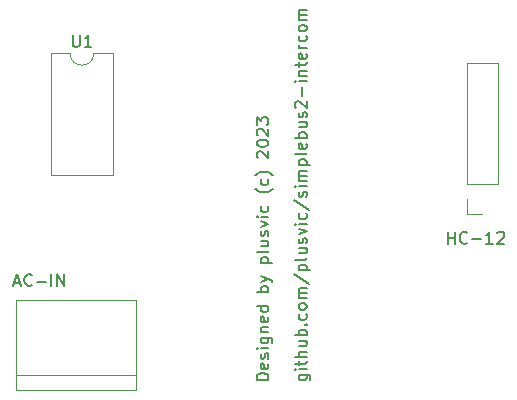
<source format=gbr>
%TF.GenerationSoftware,KiCad,Pcbnew,6.0.2+dfsg-1*%
%TF.CreationDate,2023-07-16T21:42:27+02:00*%
%TF.ProjectId,buzzer,62757a7a-6572-42e6-9b69-6361645f7063,rev?*%
%TF.SameCoordinates,Original*%
%TF.FileFunction,Legend,Top*%
%TF.FilePolarity,Positive*%
%FSLAX46Y46*%
G04 Gerber Fmt 4.6, Leading zero omitted, Abs format (unit mm)*
G04 Created by KiCad (PCBNEW 6.0.2+dfsg-1) date 2023-07-16 21:42:27*
%MOMM*%
%LPD*%
G01*
G04 APERTURE LIST*
%ADD10C,0.150000*%
%ADD11C,0.120000*%
G04 APERTURE END LIST*
D10*
X51093736Y-63573335D02*
X50093736Y-63573335D01*
X50093736Y-63335240D01*
X50141356Y-63192383D01*
X50236594Y-63097145D01*
X50331832Y-63049526D01*
X50522308Y-63001907D01*
X50665165Y-63001907D01*
X50855641Y-63049526D01*
X50950879Y-63097145D01*
X51046117Y-63192383D01*
X51093736Y-63335240D01*
X51093736Y-63573335D01*
X51046117Y-62192383D02*
X51093736Y-62287621D01*
X51093736Y-62478097D01*
X51046117Y-62573335D01*
X50950879Y-62620954D01*
X50569927Y-62620954D01*
X50474689Y-62573335D01*
X50427070Y-62478097D01*
X50427070Y-62287621D01*
X50474689Y-62192383D01*
X50569927Y-62144764D01*
X50665165Y-62144764D01*
X50760403Y-62620954D01*
X51046117Y-61763811D02*
X51093736Y-61668573D01*
X51093736Y-61478097D01*
X51046117Y-61382859D01*
X50950879Y-61335240D01*
X50903260Y-61335240D01*
X50808022Y-61382859D01*
X50760403Y-61478097D01*
X50760403Y-61620954D01*
X50712784Y-61716192D01*
X50617546Y-61763811D01*
X50569927Y-61763811D01*
X50474689Y-61716192D01*
X50427070Y-61620954D01*
X50427070Y-61478097D01*
X50474689Y-61382859D01*
X51093736Y-60906669D02*
X50427070Y-60906669D01*
X50093736Y-60906669D02*
X50141356Y-60954288D01*
X50188975Y-60906669D01*
X50141356Y-60859050D01*
X50093736Y-60906669D01*
X50188975Y-60906669D01*
X50427070Y-60001907D02*
X51236594Y-60001907D01*
X51331832Y-60049526D01*
X51379451Y-60097145D01*
X51427070Y-60192383D01*
X51427070Y-60335240D01*
X51379451Y-60430478D01*
X51046117Y-60001907D02*
X51093736Y-60097145D01*
X51093736Y-60287621D01*
X51046117Y-60382859D01*
X50998498Y-60430478D01*
X50903260Y-60478097D01*
X50617546Y-60478097D01*
X50522308Y-60430478D01*
X50474689Y-60382859D01*
X50427070Y-60287621D01*
X50427070Y-60097145D01*
X50474689Y-60001907D01*
X50427070Y-59525716D02*
X51093736Y-59525716D01*
X50522308Y-59525716D02*
X50474689Y-59478097D01*
X50427070Y-59382859D01*
X50427070Y-59240002D01*
X50474689Y-59144764D01*
X50569927Y-59097145D01*
X51093736Y-59097145D01*
X51046117Y-58240002D02*
X51093736Y-58335240D01*
X51093736Y-58525716D01*
X51046117Y-58620954D01*
X50950879Y-58668573D01*
X50569927Y-58668573D01*
X50474689Y-58620954D01*
X50427070Y-58525716D01*
X50427070Y-58335240D01*
X50474689Y-58240002D01*
X50569927Y-58192383D01*
X50665165Y-58192383D01*
X50760403Y-58668573D01*
X51093736Y-57335240D02*
X50093736Y-57335240D01*
X51046117Y-57335240D02*
X51093736Y-57430478D01*
X51093736Y-57620954D01*
X51046117Y-57716192D01*
X50998498Y-57763811D01*
X50903260Y-57811431D01*
X50617546Y-57811431D01*
X50522308Y-57763811D01*
X50474689Y-57716192D01*
X50427070Y-57620954D01*
X50427070Y-57430478D01*
X50474689Y-57335240D01*
X51093736Y-56097145D02*
X50093736Y-56097145D01*
X50474689Y-56097145D02*
X50427070Y-56001907D01*
X50427070Y-55811431D01*
X50474689Y-55716192D01*
X50522308Y-55668573D01*
X50617546Y-55620954D01*
X50903260Y-55620954D01*
X50998498Y-55668573D01*
X51046117Y-55716192D01*
X51093736Y-55811431D01*
X51093736Y-56001907D01*
X51046117Y-56097145D01*
X50427070Y-55287621D02*
X51093736Y-55049526D01*
X50427070Y-54811431D02*
X51093736Y-55049526D01*
X51331832Y-55144764D01*
X51379451Y-55192383D01*
X51427070Y-55287621D01*
X50427070Y-53668573D02*
X51427070Y-53668573D01*
X50474689Y-53668573D02*
X50427070Y-53573335D01*
X50427070Y-53382859D01*
X50474689Y-53287621D01*
X50522308Y-53240002D01*
X50617546Y-53192383D01*
X50903260Y-53192383D01*
X50998498Y-53240002D01*
X51046117Y-53287621D01*
X51093736Y-53382859D01*
X51093736Y-53573335D01*
X51046117Y-53668573D01*
X51093736Y-52620954D02*
X51046117Y-52716192D01*
X50950879Y-52763811D01*
X50093736Y-52763811D01*
X50427070Y-51811431D02*
X51093736Y-51811431D01*
X50427070Y-52240002D02*
X50950879Y-52240002D01*
X51046117Y-52192383D01*
X51093736Y-52097145D01*
X51093736Y-51954288D01*
X51046117Y-51859050D01*
X50998498Y-51811431D01*
X51046117Y-51382859D02*
X51093736Y-51287621D01*
X51093736Y-51097145D01*
X51046117Y-51001907D01*
X50950879Y-50954288D01*
X50903260Y-50954288D01*
X50808022Y-51001907D01*
X50760403Y-51097145D01*
X50760403Y-51240002D01*
X50712784Y-51335240D01*
X50617546Y-51382859D01*
X50569927Y-51382859D01*
X50474689Y-51335240D01*
X50427070Y-51240002D01*
X50427070Y-51097145D01*
X50474689Y-51001907D01*
X50427070Y-50620954D02*
X51093736Y-50382859D01*
X50427070Y-50144764D01*
X51093736Y-49763811D02*
X50427070Y-49763811D01*
X50093736Y-49763811D02*
X50141356Y-49811431D01*
X50188975Y-49763811D01*
X50141356Y-49716192D01*
X50093736Y-49763811D01*
X50188975Y-49763811D01*
X51046117Y-48859050D02*
X51093736Y-48954288D01*
X51093736Y-49144764D01*
X51046117Y-49240002D01*
X50998498Y-49287621D01*
X50903260Y-49335240D01*
X50617546Y-49335240D01*
X50522308Y-49287621D01*
X50474689Y-49240002D01*
X50427070Y-49144764D01*
X50427070Y-48954288D01*
X50474689Y-48859050D01*
X51474689Y-47382859D02*
X51427070Y-47430478D01*
X51284213Y-47525716D01*
X51188975Y-47573335D01*
X51046117Y-47620954D01*
X50808022Y-47668573D01*
X50617546Y-47668573D01*
X50379451Y-47620954D01*
X50236594Y-47573335D01*
X50141356Y-47525716D01*
X49998498Y-47430478D01*
X49950879Y-47382859D01*
X51046117Y-46573335D02*
X51093736Y-46668573D01*
X51093736Y-46859050D01*
X51046117Y-46954288D01*
X50998498Y-47001907D01*
X50903260Y-47049526D01*
X50617546Y-47049526D01*
X50522308Y-47001907D01*
X50474689Y-46954288D01*
X50427070Y-46859050D01*
X50427070Y-46668573D01*
X50474689Y-46573335D01*
X51474689Y-46240002D02*
X51427070Y-46192383D01*
X51284213Y-46097145D01*
X51188975Y-46049526D01*
X51046117Y-46001907D01*
X50808022Y-45954288D01*
X50617546Y-45954288D01*
X50379451Y-46001907D01*
X50236594Y-46049526D01*
X50141356Y-46097145D01*
X49998498Y-46192383D01*
X49950879Y-46240002D01*
X50188975Y-44763811D02*
X50141356Y-44716192D01*
X50093736Y-44620954D01*
X50093736Y-44382859D01*
X50141356Y-44287621D01*
X50188975Y-44240002D01*
X50284213Y-44192383D01*
X50379451Y-44192383D01*
X50522308Y-44240002D01*
X51093736Y-44811431D01*
X51093736Y-44192383D01*
X50093736Y-43573335D02*
X50093736Y-43478097D01*
X50141356Y-43382859D01*
X50188975Y-43335240D01*
X50284213Y-43287621D01*
X50474689Y-43240002D01*
X50712784Y-43240002D01*
X50903260Y-43287621D01*
X50998498Y-43335240D01*
X51046117Y-43382859D01*
X51093736Y-43478097D01*
X51093736Y-43573335D01*
X51046117Y-43668573D01*
X50998498Y-43716192D01*
X50903260Y-43763811D01*
X50712784Y-43811431D01*
X50474689Y-43811431D01*
X50284213Y-43763811D01*
X50188975Y-43716192D01*
X50141356Y-43668573D01*
X50093736Y-43573335D01*
X50188975Y-42859050D02*
X50141356Y-42811431D01*
X50093736Y-42716192D01*
X50093736Y-42478097D01*
X50141356Y-42382859D01*
X50188975Y-42335240D01*
X50284213Y-42287621D01*
X50379451Y-42287621D01*
X50522308Y-42335240D01*
X51093736Y-42906669D01*
X51093736Y-42287621D01*
X50093736Y-41954288D02*
X50093736Y-41335240D01*
X50474689Y-41668573D01*
X50474689Y-41525716D01*
X50522308Y-41430478D01*
X50569927Y-41382859D01*
X50665165Y-41335240D01*
X50903260Y-41335240D01*
X50998498Y-41382859D01*
X51046117Y-41430478D01*
X51093736Y-41525716D01*
X51093736Y-41811431D01*
X51046117Y-41906669D01*
X50998498Y-41954288D01*
X53647070Y-63144764D02*
X54456594Y-63144764D01*
X54551832Y-63192383D01*
X54599451Y-63240002D01*
X54647070Y-63335240D01*
X54647070Y-63478097D01*
X54599451Y-63573335D01*
X54266117Y-63144764D02*
X54313736Y-63240002D01*
X54313736Y-63430478D01*
X54266117Y-63525716D01*
X54218498Y-63573335D01*
X54123260Y-63620954D01*
X53837546Y-63620954D01*
X53742308Y-63573335D01*
X53694689Y-63525716D01*
X53647070Y-63430478D01*
X53647070Y-63240002D01*
X53694689Y-63144764D01*
X54313736Y-62668573D02*
X53647070Y-62668573D01*
X53313736Y-62668573D02*
X53361356Y-62716192D01*
X53408975Y-62668573D01*
X53361356Y-62620954D01*
X53313736Y-62668573D01*
X53408975Y-62668573D01*
X53647070Y-62335240D02*
X53647070Y-61954288D01*
X53313736Y-62192383D02*
X54170879Y-62192383D01*
X54266117Y-62144764D01*
X54313736Y-62049526D01*
X54313736Y-61954288D01*
X54313736Y-61620954D02*
X53313736Y-61620954D01*
X54313736Y-61192383D02*
X53789927Y-61192383D01*
X53694689Y-61240002D01*
X53647070Y-61335240D01*
X53647070Y-61478097D01*
X53694689Y-61573335D01*
X53742308Y-61620954D01*
X53647070Y-60287621D02*
X54313736Y-60287621D01*
X53647070Y-60716192D02*
X54170879Y-60716192D01*
X54266117Y-60668573D01*
X54313736Y-60573335D01*
X54313736Y-60430478D01*
X54266117Y-60335240D01*
X54218498Y-60287621D01*
X54313736Y-59811431D02*
X53313736Y-59811431D01*
X53694689Y-59811431D02*
X53647070Y-59716192D01*
X53647070Y-59525716D01*
X53694689Y-59430478D01*
X53742308Y-59382859D01*
X53837546Y-59335240D01*
X54123260Y-59335240D01*
X54218498Y-59382859D01*
X54266117Y-59430478D01*
X54313736Y-59525716D01*
X54313736Y-59716192D01*
X54266117Y-59811431D01*
X54218498Y-58906669D02*
X54266117Y-58859050D01*
X54313736Y-58906669D01*
X54266117Y-58954288D01*
X54218498Y-58906669D01*
X54313736Y-58906669D01*
X54266117Y-58001907D02*
X54313736Y-58097145D01*
X54313736Y-58287621D01*
X54266117Y-58382859D01*
X54218498Y-58430478D01*
X54123260Y-58478097D01*
X53837546Y-58478097D01*
X53742308Y-58430478D01*
X53694689Y-58382859D01*
X53647070Y-58287621D01*
X53647070Y-58097145D01*
X53694689Y-58001907D01*
X54313736Y-57430478D02*
X54266117Y-57525716D01*
X54218498Y-57573335D01*
X54123260Y-57620954D01*
X53837546Y-57620954D01*
X53742308Y-57573335D01*
X53694689Y-57525716D01*
X53647070Y-57430478D01*
X53647070Y-57287621D01*
X53694689Y-57192383D01*
X53742308Y-57144764D01*
X53837546Y-57097145D01*
X54123260Y-57097145D01*
X54218498Y-57144764D01*
X54266117Y-57192383D01*
X54313736Y-57287621D01*
X54313736Y-57430478D01*
X54313736Y-56668573D02*
X53647070Y-56668573D01*
X53742308Y-56668573D02*
X53694689Y-56620954D01*
X53647070Y-56525716D01*
X53647070Y-56382859D01*
X53694689Y-56287621D01*
X53789927Y-56240002D01*
X54313736Y-56240002D01*
X53789927Y-56240002D02*
X53694689Y-56192383D01*
X53647070Y-56097145D01*
X53647070Y-55954288D01*
X53694689Y-55859050D01*
X53789927Y-55811431D01*
X54313736Y-55811431D01*
X53266117Y-54620954D02*
X54551832Y-55478097D01*
X53647070Y-54287621D02*
X54647070Y-54287621D01*
X53694689Y-54287621D02*
X53647070Y-54192383D01*
X53647070Y-54001907D01*
X53694689Y-53906669D01*
X53742308Y-53859050D01*
X53837546Y-53811431D01*
X54123260Y-53811431D01*
X54218498Y-53859050D01*
X54266117Y-53906669D01*
X54313736Y-54001907D01*
X54313736Y-54192383D01*
X54266117Y-54287621D01*
X54313736Y-53240002D02*
X54266117Y-53335240D01*
X54170879Y-53382859D01*
X53313736Y-53382859D01*
X53647070Y-52430478D02*
X54313736Y-52430478D01*
X53647070Y-52859050D02*
X54170879Y-52859050D01*
X54266117Y-52811431D01*
X54313736Y-52716192D01*
X54313736Y-52573335D01*
X54266117Y-52478097D01*
X54218498Y-52430478D01*
X54266117Y-52001907D02*
X54313736Y-51906669D01*
X54313736Y-51716192D01*
X54266117Y-51620954D01*
X54170879Y-51573335D01*
X54123260Y-51573335D01*
X54028022Y-51620954D01*
X53980403Y-51716192D01*
X53980403Y-51859050D01*
X53932784Y-51954288D01*
X53837546Y-52001907D01*
X53789927Y-52001907D01*
X53694689Y-51954288D01*
X53647070Y-51859050D01*
X53647070Y-51716192D01*
X53694689Y-51620954D01*
X53647070Y-51240002D02*
X54313736Y-51001907D01*
X53647070Y-50763811D01*
X54313736Y-50382859D02*
X53647070Y-50382859D01*
X53313736Y-50382859D02*
X53361356Y-50430478D01*
X53408975Y-50382859D01*
X53361356Y-50335240D01*
X53313736Y-50382859D01*
X53408975Y-50382859D01*
X54266117Y-49478097D02*
X54313736Y-49573335D01*
X54313736Y-49763811D01*
X54266117Y-49859050D01*
X54218498Y-49906669D01*
X54123260Y-49954288D01*
X53837546Y-49954288D01*
X53742308Y-49906669D01*
X53694689Y-49859050D01*
X53647070Y-49763811D01*
X53647070Y-49573335D01*
X53694689Y-49478097D01*
X53266117Y-48335240D02*
X54551832Y-49192383D01*
X54266117Y-48049526D02*
X54313736Y-47954288D01*
X54313736Y-47763811D01*
X54266117Y-47668573D01*
X54170879Y-47620954D01*
X54123260Y-47620954D01*
X54028022Y-47668573D01*
X53980403Y-47763811D01*
X53980403Y-47906669D01*
X53932784Y-48001907D01*
X53837546Y-48049526D01*
X53789927Y-48049526D01*
X53694689Y-48001907D01*
X53647070Y-47906669D01*
X53647070Y-47763811D01*
X53694689Y-47668573D01*
X54313736Y-47192383D02*
X53647070Y-47192383D01*
X53313736Y-47192383D02*
X53361356Y-47240002D01*
X53408975Y-47192383D01*
X53361356Y-47144764D01*
X53313736Y-47192383D01*
X53408975Y-47192383D01*
X54313736Y-46716192D02*
X53647070Y-46716192D01*
X53742308Y-46716192D02*
X53694689Y-46668573D01*
X53647070Y-46573335D01*
X53647070Y-46430478D01*
X53694689Y-46335240D01*
X53789927Y-46287621D01*
X54313736Y-46287621D01*
X53789927Y-46287621D02*
X53694689Y-46240002D01*
X53647070Y-46144764D01*
X53647070Y-46001907D01*
X53694689Y-45906669D01*
X53789927Y-45859050D01*
X54313736Y-45859050D01*
X53647070Y-45382859D02*
X54647070Y-45382859D01*
X53694689Y-45382859D02*
X53647070Y-45287621D01*
X53647070Y-45097145D01*
X53694689Y-45001907D01*
X53742308Y-44954288D01*
X53837546Y-44906669D01*
X54123260Y-44906669D01*
X54218498Y-44954288D01*
X54266117Y-45001907D01*
X54313736Y-45097145D01*
X54313736Y-45287621D01*
X54266117Y-45382859D01*
X54313736Y-44335240D02*
X54266117Y-44430478D01*
X54170879Y-44478097D01*
X53313736Y-44478097D01*
X54266117Y-43573335D02*
X54313736Y-43668573D01*
X54313736Y-43859050D01*
X54266117Y-43954288D01*
X54170879Y-44001907D01*
X53789927Y-44001907D01*
X53694689Y-43954288D01*
X53647070Y-43859050D01*
X53647070Y-43668573D01*
X53694689Y-43573335D01*
X53789927Y-43525716D01*
X53885165Y-43525716D01*
X53980403Y-44001907D01*
X54313736Y-43097145D02*
X53313736Y-43097145D01*
X53694689Y-43097145D02*
X53647070Y-43001907D01*
X53647070Y-42811431D01*
X53694689Y-42716192D01*
X53742308Y-42668573D01*
X53837546Y-42620954D01*
X54123260Y-42620954D01*
X54218498Y-42668573D01*
X54266117Y-42716192D01*
X54313736Y-42811431D01*
X54313736Y-43001907D01*
X54266117Y-43097145D01*
X53647070Y-41763811D02*
X54313736Y-41763811D01*
X53647070Y-42192383D02*
X54170879Y-42192383D01*
X54266117Y-42144764D01*
X54313736Y-42049526D01*
X54313736Y-41906669D01*
X54266117Y-41811431D01*
X54218498Y-41763811D01*
X54266117Y-41335240D02*
X54313736Y-41240002D01*
X54313736Y-41049526D01*
X54266117Y-40954288D01*
X54170879Y-40906669D01*
X54123260Y-40906669D01*
X54028022Y-40954288D01*
X53980403Y-41049526D01*
X53980403Y-41192383D01*
X53932784Y-41287621D01*
X53837546Y-41335240D01*
X53789927Y-41335240D01*
X53694689Y-41287621D01*
X53647070Y-41192383D01*
X53647070Y-41049526D01*
X53694689Y-40954288D01*
X53408975Y-40525716D02*
X53361356Y-40478097D01*
X53313736Y-40382859D01*
X53313736Y-40144764D01*
X53361356Y-40049526D01*
X53408975Y-40001907D01*
X53504213Y-39954288D01*
X53599451Y-39954288D01*
X53742308Y-40001907D01*
X54313736Y-40573335D01*
X54313736Y-39954288D01*
X53932784Y-39525716D02*
X53932784Y-38763811D01*
X54313736Y-38287621D02*
X53647070Y-38287621D01*
X53313736Y-38287621D02*
X53361356Y-38335240D01*
X53408975Y-38287621D01*
X53361356Y-38240002D01*
X53313736Y-38287621D01*
X53408975Y-38287621D01*
X53647070Y-37811431D02*
X54313736Y-37811431D01*
X53742308Y-37811431D02*
X53694689Y-37763811D01*
X53647070Y-37668573D01*
X53647070Y-37525716D01*
X53694689Y-37430478D01*
X53789927Y-37382859D01*
X54313736Y-37382859D01*
X53647070Y-37049526D02*
X53647070Y-36668573D01*
X53313736Y-36906669D02*
X54170879Y-36906669D01*
X54266117Y-36859050D01*
X54313736Y-36763811D01*
X54313736Y-36668573D01*
X54266117Y-35954288D02*
X54313736Y-36049526D01*
X54313736Y-36240002D01*
X54266117Y-36335240D01*
X54170879Y-36382859D01*
X53789927Y-36382859D01*
X53694689Y-36335240D01*
X53647070Y-36240002D01*
X53647070Y-36049526D01*
X53694689Y-35954288D01*
X53789927Y-35906669D01*
X53885165Y-35906669D01*
X53980403Y-36382859D01*
X54313736Y-35478097D02*
X53647070Y-35478097D01*
X53837546Y-35478097D02*
X53742308Y-35430478D01*
X53694689Y-35382859D01*
X53647070Y-35287621D01*
X53647070Y-35192383D01*
X54266117Y-34430478D02*
X54313736Y-34525716D01*
X54313736Y-34716192D01*
X54266117Y-34811431D01*
X54218498Y-34859050D01*
X54123260Y-34906669D01*
X53837546Y-34906669D01*
X53742308Y-34859050D01*
X53694689Y-34811431D01*
X53647070Y-34716192D01*
X53647070Y-34525716D01*
X53694689Y-34430478D01*
X54313736Y-33859050D02*
X54266117Y-33954288D01*
X54218498Y-34001907D01*
X54123260Y-34049526D01*
X53837546Y-34049526D01*
X53742308Y-34001907D01*
X53694689Y-33954288D01*
X53647070Y-33859050D01*
X53647070Y-33716192D01*
X53694689Y-33620954D01*
X53742308Y-33573335D01*
X53837546Y-33525716D01*
X54123260Y-33525716D01*
X54218498Y-33573335D01*
X54266117Y-33620954D01*
X54313736Y-33716192D01*
X54313736Y-33859050D01*
X54313736Y-33097145D02*
X53647070Y-33097145D01*
X53742308Y-33097145D02*
X53694689Y-33049526D01*
X53647070Y-32954288D01*
X53647070Y-32811431D01*
X53694689Y-32716192D01*
X53789927Y-32668573D01*
X54313736Y-32668573D01*
X53789927Y-32668573D02*
X53694689Y-32620954D01*
X53647070Y-32525716D01*
X53647070Y-32382859D01*
X53694689Y-32287621D01*
X53789927Y-32240002D01*
X54313736Y-32240002D01*
%TO.C,AC-IN*%
X29575523Y-55339659D02*
X30051713Y-55339659D01*
X29480285Y-55625373D02*
X29813618Y-54625373D01*
X30146951Y-55625373D01*
X31051713Y-55530135D02*
X31004094Y-55577754D01*
X30861237Y-55625373D01*
X30765999Y-55625373D01*
X30623142Y-55577754D01*
X30527904Y-55482516D01*
X30480285Y-55387278D01*
X30432666Y-55196802D01*
X30432666Y-55053945D01*
X30480285Y-54863469D01*
X30527904Y-54768231D01*
X30623142Y-54672993D01*
X30765999Y-54625373D01*
X30861237Y-54625373D01*
X31004094Y-54672993D01*
X31051713Y-54720612D01*
X31480285Y-55244421D02*
X32242190Y-55244421D01*
X32718380Y-55625373D02*
X32718380Y-54625373D01*
X33194571Y-55625373D02*
X33194571Y-54625373D01*
X33765999Y-55625373D01*
X33765999Y-54625373D01*
%TO.C,U1*%
X34530157Y-34378918D02*
X34530157Y-35188442D01*
X34577776Y-35283680D01*
X34625395Y-35331299D01*
X34720633Y-35378918D01*
X34911109Y-35378918D01*
X35006347Y-35331299D01*
X35053966Y-35283680D01*
X35101585Y-35188442D01*
X35101585Y-34378918D01*
X36101585Y-35378918D02*
X35530157Y-35378918D01*
X35815871Y-35378918D02*
X35815871Y-34378918D01*
X35720633Y-34521776D01*
X35625395Y-34617014D01*
X35530157Y-34664633D01*
%TO.C,HC-12*%
X66279842Y-52039767D02*
X66279842Y-51039767D01*
X66279842Y-51515958D02*
X66851270Y-51515958D01*
X66851270Y-52039767D02*
X66851270Y-51039767D01*
X67898889Y-51944529D02*
X67851270Y-51992148D01*
X67708413Y-52039767D01*
X67613175Y-52039767D01*
X67470318Y-51992148D01*
X67375080Y-51896910D01*
X67327461Y-51801672D01*
X67279842Y-51611196D01*
X67279842Y-51468339D01*
X67327461Y-51277863D01*
X67375080Y-51182625D01*
X67470318Y-51087387D01*
X67613175Y-51039767D01*
X67708413Y-51039767D01*
X67851270Y-51087387D01*
X67898889Y-51135006D01*
X68327461Y-51658815D02*
X69089365Y-51658815D01*
X70089365Y-52039767D02*
X69517937Y-52039767D01*
X69803651Y-52039767D02*
X69803651Y-51039767D01*
X69708413Y-51182625D01*
X69613175Y-51277863D01*
X69517937Y-51325482D01*
X70470318Y-51135006D02*
X70517937Y-51087387D01*
X70613175Y-51039767D01*
X70851270Y-51039767D01*
X70946508Y-51087387D01*
X70994127Y-51135006D01*
X71041746Y-51230244D01*
X71041746Y-51325482D01*
X70994127Y-51468339D01*
X70422699Y-52039767D01*
X71041746Y-52039767D01*
D11*
%TO.C,AC-IN*%
X39910015Y-56785007D02*
X29750015Y-56785007D01*
X29750015Y-56785007D02*
X29750015Y-64405007D01*
X39910015Y-63135007D02*
X29750015Y-63135007D01*
X39910015Y-64405007D02*
X39910015Y-56785007D01*
X29750015Y-64405007D02*
X39910015Y-64405007D01*
%TO.C,U1*%
X37942062Y-46206538D02*
X37942062Y-35926538D01*
X32642062Y-35926538D02*
X32642062Y-46206538D01*
X37942062Y-35926538D02*
X36292062Y-35926538D01*
X32642062Y-46206538D02*
X37942062Y-46206538D01*
X34292062Y-35926538D02*
X32642062Y-35926538D01*
X34292062Y-35926538D02*
G75*
G03*
X36292062Y-35926538I1000000J0D01*
G01*
%TO.C,HC-12*%
X67876823Y-46960000D02*
X67876823Y-36740000D01*
X70536823Y-46960000D02*
X67876823Y-46960000D01*
X67876823Y-49560000D02*
X67876823Y-48230000D01*
X70536823Y-36740000D02*
X67876823Y-36740000D01*
X70536823Y-46960000D02*
X70536823Y-36740000D01*
X69206823Y-49560000D02*
X67876823Y-49560000D01*
%TD*%
M02*

</source>
